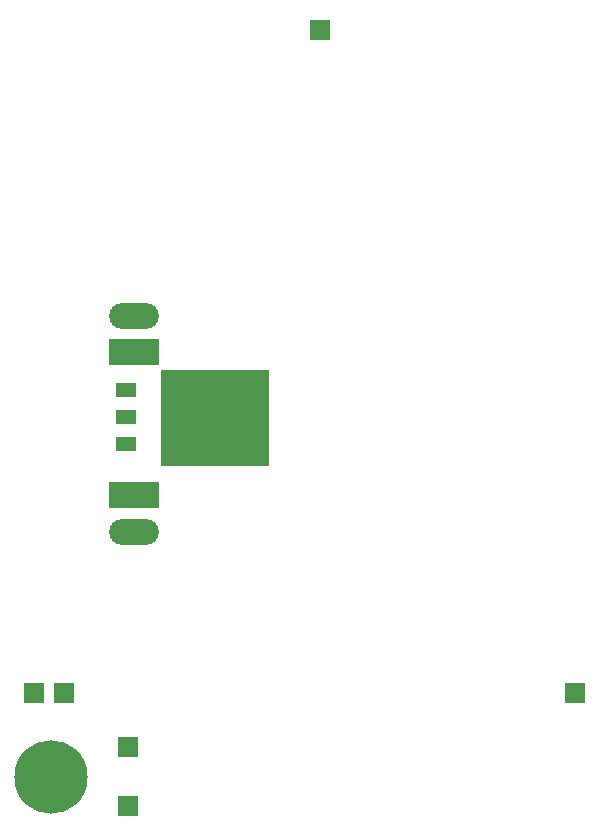
<source format=gbs>
%FSLAX43Y43*%
%MOMM*%
G71*
G01*
G75*
%ADD10C,0.300*%
%ADD11C,0.600*%
%ADD12C,0.500*%
%ADD13C,6.000*%
%ADD14R,1.500X1.500*%
%ADD15R,1.600X1.000*%
%ADD16R,9.000X8.000*%
%ADD17O,4.000X2.000*%
%ADD18R,4.000X2.000*%
%ADD19C,1.000*%
%ADD20R,12.975X12.900*%
%ADD21R,12.750X8.025*%
%ADD22C,6.203*%
%ADD23R,1.703X1.703*%
%ADD24R,1.803X1.203*%
%ADD25R,9.203X8.203*%
%ADD26O,4.203X2.203*%
%ADD27R,4.203X2.203*%
D22*
X3500Y0D02*
D03*
D23*
X10025Y-2500D02*
D03*
X2100Y7075D02*
D03*
X10050Y2500D02*
D03*
X4650Y7075D02*
D03*
X26300Y63200D02*
D03*
X47850Y7075D02*
D03*
D24*
X9900Y32710D02*
D03*
X9900Y28140D02*
D03*
Y30425D02*
D03*
D25*
X17375Y30325D02*
D03*
D26*
X10500Y20725D02*
D03*
X10525Y39000D02*
D03*
D27*
X10500Y23800D02*
D03*
X10525Y35925D02*
D03*
M02*

</source>
